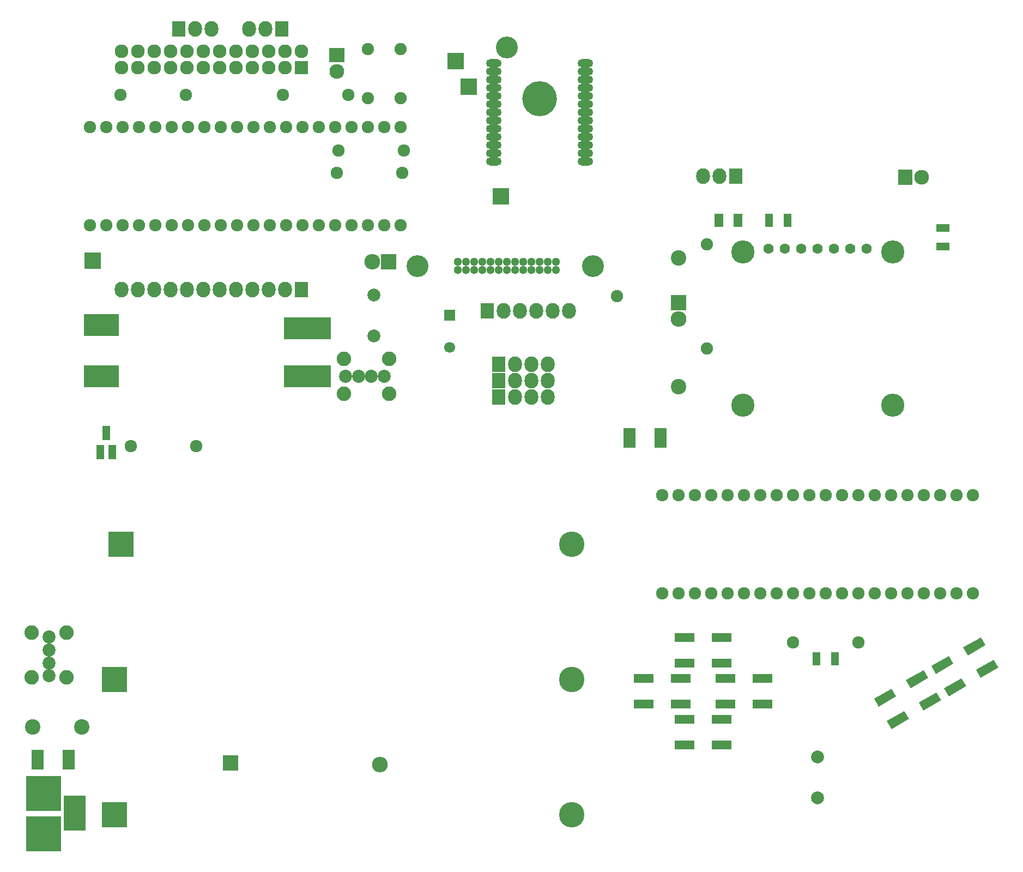
<source format=gbr>
G04 #@! TF.FileFunction,Soldermask,Top*
%FSLAX46Y46*%
G04 Gerber Fmt 4.6, Leading zero omitted, Abs format (unit mm)*
G04 Created by KiCad (PCBNEW 4.0.2+dfsg1-stable) date 2017年10月10日 18時50分28秒*
%MOMM*%
G01*
G04 APERTURE LIST*
%ADD10C,0.100000*%
%ADD11R,1.300000X2.100000*%
%ADD12R,2.100000X1.300000*%
%ADD13R,1.400000X2.000000*%
%ADD14C,2.400000*%
%ADD15C,1.900000*%
%ADD16R,3.150000X1.400000*%
%ADD17C,3.600000*%
%ADD18C,1.600000*%
%ADD19R,1.901140X3.100020*%
%ADD20R,2.127200X2.432000*%
%ADD21O,2.127200X2.432000*%
%ADD22R,2.300000X2.400000*%
%ADD23C,2.300000*%
%ADD24C,1.924000*%
%ADD25R,2.432000X2.432000*%
%ADD26O,2.432000X2.432000*%
%ADD27C,2.000200*%
%ADD28R,1.200100X2.200860*%
%ADD29C,3.400000*%
%ADD30C,1.300000*%
%ADD31R,3.956000X3.956000*%
%ADD32C,3.956000*%
%ADD33R,2.400000X2.300000*%
%ADD34R,2.127200X2.127200*%
%ADD35O,2.127200X2.127200*%
%ADD36R,1.700000X1.700000*%
%ADD37C,1.700000*%
%ADD38R,3.399740X5.401260*%
%ADD39R,5.401260X5.401260*%
%ADD40R,2.635200X2.635200*%
%ADD41C,2.020000*%
%ADD42C,2.250000*%
%ADD43R,7.400000X3.400000*%
%ADD44R,5.400000X3.400000*%
%ADD45O,2.400000X1.300000*%
%ADD46O,5.400000X5.400000*%
G04 APERTURE END LIST*
D10*
D11*
X218025600Y-132044800D03*
X215125600Y-132044800D03*
D12*
X234736600Y-68089800D03*
X234736600Y-65189800D03*
D11*
X207759600Y-63972800D03*
X210659600Y-63972800D03*
D13*
X199962600Y-63972800D03*
X202962600Y-63972800D03*
D14*
X193705600Y-69794800D03*
X193705600Y-89794800D03*
D15*
X184105600Y-75794800D03*
X198105600Y-67694800D03*
X198105600Y-83894800D03*
D16*
X194050600Y-135124800D03*
X188300600Y-135124800D03*
X188300600Y-139124800D03*
X194050600Y-139124800D03*
X206750600Y-135124800D03*
X201000600Y-135124800D03*
X201000600Y-139124800D03*
X206750600Y-139124800D03*
X200400600Y-141474800D03*
X194650600Y-141474800D03*
X194650600Y-145474800D03*
X200400600Y-145474800D03*
X200400600Y-128774800D03*
X194650600Y-128774800D03*
X194650600Y-132774800D03*
X200400600Y-132774800D03*
D10*
G36*
X229751433Y-136618967D02*
X229051433Y-135406531D01*
X231779413Y-133831531D01*
X232479413Y-135043967D01*
X229751433Y-136618967D01*
X229751433Y-136618967D01*
G37*
G36*
X224771787Y-139493967D02*
X224071787Y-138281531D01*
X226799767Y-136706531D01*
X227499767Y-137918967D01*
X224771787Y-139493967D01*
X224771787Y-139493967D01*
G37*
G36*
X226771787Y-142958069D02*
X226071787Y-141745633D01*
X228799767Y-140170633D01*
X229499767Y-141383069D01*
X226771787Y-142958069D01*
X226771787Y-142958069D01*
G37*
G36*
X231751433Y-140083069D02*
X231051433Y-138870633D01*
X233779413Y-137295633D01*
X234479413Y-138508069D01*
X231751433Y-140083069D01*
X231751433Y-140083069D01*
G37*
G36*
X238641433Y-131538967D02*
X237941433Y-130326531D01*
X240669413Y-128751531D01*
X241369413Y-129963967D01*
X238641433Y-131538967D01*
X238641433Y-131538967D01*
G37*
G36*
X233661787Y-134413967D02*
X232961787Y-133201531D01*
X235689767Y-131626531D01*
X236389767Y-132838967D01*
X233661787Y-134413967D01*
X233661787Y-134413967D01*
G37*
G36*
X235661787Y-137878069D02*
X234961787Y-136665633D01*
X237689767Y-135090633D01*
X238389767Y-136303069D01*
X235661787Y-137878069D01*
X235661787Y-137878069D01*
G37*
G36*
X240641433Y-135003069D02*
X239941433Y-133790633D01*
X242669413Y-132215633D01*
X243369413Y-133428069D01*
X240641433Y-135003069D01*
X240641433Y-135003069D01*
G37*
D17*
X226955600Y-68874800D03*
X203655600Y-68874800D03*
X226955600Y-92674800D03*
X203655600Y-92674800D03*
D18*
X207685600Y-68374800D03*
X210225600Y-68374800D03*
X212765600Y-68374800D03*
X215305600Y-68374800D03*
X217845600Y-68374800D03*
X220385600Y-68374800D03*
X222925600Y-68374800D03*
D19*
X186095600Y-97754800D03*
X190921600Y-97754800D03*
D20*
X202605600Y-57114800D03*
D21*
X200065600Y-57114800D03*
X197525600Y-57114800D03*
D22*
X228955600Y-57294800D03*
D23*
X231495600Y-57294800D03*
D24*
X221655600Y-129504800D03*
X211495600Y-129504800D03*
D25*
X193705600Y-76794800D03*
D26*
X193705600Y-79334800D03*
D24*
X239435600Y-106644800D03*
X236895600Y-106644800D03*
X234355600Y-106644800D03*
X231815600Y-106644800D03*
X229275600Y-106644800D03*
X226735600Y-106644800D03*
X224195600Y-106644800D03*
X221655600Y-106644800D03*
X219115600Y-106644800D03*
X216575600Y-106644800D03*
X214035600Y-106644800D03*
X211495600Y-106644800D03*
X208955600Y-106644800D03*
X206415600Y-106644800D03*
X203875600Y-106644800D03*
X201335600Y-106644800D03*
X198795600Y-106644800D03*
X196255600Y-106644800D03*
X193715600Y-106644800D03*
X191175600Y-106644800D03*
X191175600Y-121884800D03*
X193715600Y-121884800D03*
X196255600Y-121884800D03*
X198795600Y-121884800D03*
X201335600Y-121884800D03*
X203875600Y-121884800D03*
X206415600Y-121884800D03*
X208955600Y-121884800D03*
X211495600Y-121884800D03*
X214035600Y-121884800D03*
X216575600Y-121884800D03*
X219115600Y-121884800D03*
X221655600Y-121884800D03*
X224195600Y-121884800D03*
X226735600Y-121884800D03*
X229275600Y-121884800D03*
X231815600Y-121884800D03*
X234355600Y-121884800D03*
X236895600Y-121884800D03*
X239435600Y-121884800D03*
D27*
X215305600Y-147284800D03*
X215305600Y-153634800D03*
D28*
X103865600Y-100017940D03*
X105765600Y-100017940D03*
X104815600Y-97015660D03*
D29*
X167045600Y-37184800D03*
X153145600Y-71084800D03*
X180445600Y-71084800D03*
D30*
X174665600Y-71719800D03*
X174665600Y-70449800D03*
X173395600Y-71719800D03*
X173395600Y-70449800D03*
X172125600Y-71719800D03*
X172125600Y-70449800D03*
X170855600Y-71719800D03*
X170855600Y-70449800D03*
X169585600Y-71719800D03*
X169585600Y-70449800D03*
X168315600Y-71719800D03*
X168315600Y-70449800D03*
X167045600Y-71719800D03*
X167045600Y-70449800D03*
X165775600Y-71719800D03*
X165775600Y-70449800D03*
X164505600Y-71719800D03*
X164505600Y-70449800D03*
X163235600Y-71719800D03*
X163235600Y-70449800D03*
X161965600Y-71719800D03*
X161965600Y-70449800D03*
X160695600Y-71719800D03*
X160695600Y-70449800D03*
X159425600Y-71719800D03*
X159425600Y-70449800D03*
D31*
X106085600Y-135244800D03*
D32*
X177085600Y-135244800D03*
D33*
X140629600Y-38318800D03*
D23*
X140629600Y-40858800D03*
D19*
X94160300Y-147759800D03*
X98960900Y-147759800D03*
D20*
X163997600Y-78069800D03*
D21*
X166537600Y-78069800D03*
X169077600Y-78069800D03*
X171617600Y-78069800D03*
X174157600Y-78069800D03*
X176697600Y-78069800D03*
D24*
X132247600Y-44541800D03*
X142407600Y-44541800D03*
X150789600Y-56606800D03*
X140629600Y-56606800D03*
X140832800Y-53177800D03*
X150992800Y-53177800D03*
D15*
X150535600Y-45049800D03*
X145455600Y-45049800D03*
X150535600Y-37429800D03*
X145455600Y-37429800D03*
D25*
X124085600Y-148244800D03*
D26*
X147273600Y-148460800D03*
D24*
X102275600Y-64734800D03*
X104815600Y-64734800D03*
X107355600Y-64734800D03*
X109895600Y-64734800D03*
X112435600Y-64734800D03*
X114975600Y-64734800D03*
X117515600Y-64734800D03*
X120055600Y-64734800D03*
X122595600Y-64734800D03*
X125135600Y-64734800D03*
X127675600Y-64734800D03*
X130215600Y-64734800D03*
X132755600Y-64734800D03*
X135295600Y-64734800D03*
X137835600Y-64734800D03*
X140375600Y-64734800D03*
X142915600Y-64734800D03*
X145455600Y-64734800D03*
X147995600Y-64734800D03*
X150535600Y-64734800D03*
X150535600Y-49494800D03*
X147995600Y-49494800D03*
X145455600Y-49494800D03*
X142915600Y-49494800D03*
X140375600Y-49494800D03*
X137835600Y-49494800D03*
X135295600Y-49494800D03*
X132755600Y-49494800D03*
X130215600Y-49494800D03*
X127675600Y-49494800D03*
X125135600Y-49494800D03*
X122595600Y-49494800D03*
X120055600Y-49494800D03*
X117515600Y-49494800D03*
X114975600Y-49494800D03*
X112435600Y-49494800D03*
X109895600Y-49494800D03*
X107355600Y-49494800D03*
X104815600Y-49494800D03*
X102275600Y-49494800D03*
D25*
X148630600Y-70449800D03*
D26*
X146090600Y-70449800D03*
D34*
X135085600Y-40244800D03*
D35*
X135085600Y-37704800D03*
X132545600Y-40244800D03*
X132545600Y-37704800D03*
X130005600Y-40244800D03*
X130005600Y-37704800D03*
X127465600Y-40244800D03*
X127465600Y-37704800D03*
X124925600Y-40244800D03*
X124925600Y-37704800D03*
X122385600Y-40244800D03*
X122385600Y-37704800D03*
X119845600Y-40244800D03*
X119845600Y-37704800D03*
X117305600Y-40244800D03*
X117305600Y-37704800D03*
X114765600Y-40244800D03*
X114765600Y-37704800D03*
X112225600Y-40244800D03*
X112225600Y-37704800D03*
X109685600Y-40244800D03*
X109685600Y-37704800D03*
X107145600Y-40244800D03*
X107145600Y-37704800D03*
D36*
X158155600Y-78704800D03*
D37*
X158155600Y-83704800D03*
D38*
X99886200Y-155993600D03*
D39*
X95034800Y-152993860D03*
X95085600Y-159244800D03*
D40*
X102656600Y-70246600D03*
D20*
X135085600Y-74744800D03*
D21*
X132545600Y-74744800D03*
X130005600Y-74744800D03*
X127465600Y-74744800D03*
X124925600Y-74744800D03*
X122385600Y-74744800D03*
X119845600Y-74744800D03*
X117305600Y-74744800D03*
X114765600Y-74744800D03*
X112225600Y-74744800D03*
X109685600Y-74744800D03*
X107145600Y-74744800D03*
D41*
X147995600Y-88229800D03*
X145995600Y-88229800D03*
X143995600Y-88229800D03*
D42*
X148725600Y-90949800D03*
D41*
X141995600Y-88229800D03*
D42*
X141725600Y-90949800D03*
X148725600Y-85509800D03*
X141725600Y-85509800D03*
D41*
X95925600Y-128709800D03*
X95925600Y-130709800D03*
X95925600Y-132709800D03*
D42*
X98645600Y-127979800D03*
D41*
X95925600Y-134709800D03*
D42*
X98645600Y-134979800D03*
X93205600Y-127979800D03*
X93205600Y-134979800D03*
D20*
X165775600Y-86324800D03*
D21*
X168315600Y-86324800D03*
X170855600Y-86324800D03*
X173395600Y-86324800D03*
D20*
X165775600Y-88864800D03*
D21*
X168315600Y-88864800D03*
X170855600Y-88864800D03*
X173395600Y-88864800D03*
D20*
X165775600Y-91404800D03*
D21*
X168315600Y-91404800D03*
X170855600Y-91404800D03*
X173395600Y-91404800D03*
D24*
X108625600Y-99024800D03*
X118785600Y-99024800D03*
X106974600Y-44541800D03*
X117134600Y-44541800D03*
D27*
X146395400Y-81981400D03*
X146395400Y-75631400D03*
D14*
X93395760Y-142679800D03*
X100995440Y-142679800D03*
D43*
X136085600Y-80744800D03*
X136085600Y-88244800D03*
D44*
X104085600Y-88244800D03*
X104085600Y-80244800D03*
D31*
X106085600Y-156244800D03*
D32*
X177085600Y-156244800D03*
D31*
X107085600Y-114244800D03*
D32*
X177085600Y-114244800D03*
D20*
X132085600Y-34244800D03*
D21*
X129545600Y-34244800D03*
X127005600Y-34244800D03*
D20*
X116085600Y-34244800D03*
D21*
X118625600Y-34244800D03*
X121165600Y-34244800D03*
D45*
X179197600Y-39624800D03*
X179197600Y-42164800D03*
X179197600Y-40894800D03*
X179197600Y-45974800D03*
X179197600Y-44704800D03*
X179197600Y-43434800D03*
X179197600Y-52324800D03*
X179197600Y-53594800D03*
X179197600Y-54864800D03*
X179197600Y-49784800D03*
X179197600Y-51054800D03*
X179197600Y-48514800D03*
X164973600Y-40894800D03*
X164973600Y-39624800D03*
X164973600Y-42164800D03*
X164973600Y-53594800D03*
X164973600Y-51054800D03*
X164973600Y-52324800D03*
X164973600Y-54864800D03*
X164973600Y-49784800D03*
X164973600Y-47244800D03*
X164973600Y-48514800D03*
X164973600Y-44704800D03*
X164973600Y-43434800D03*
X164973600Y-45974800D03*
X179197600Y-47244800D03*
D46*
X172085600Y-45144800D03*
D40*
X159085600Y-39244800D03*
X161085600Y-43244800D03*
X166085600Y-60244800D03*
M02*

</source>
